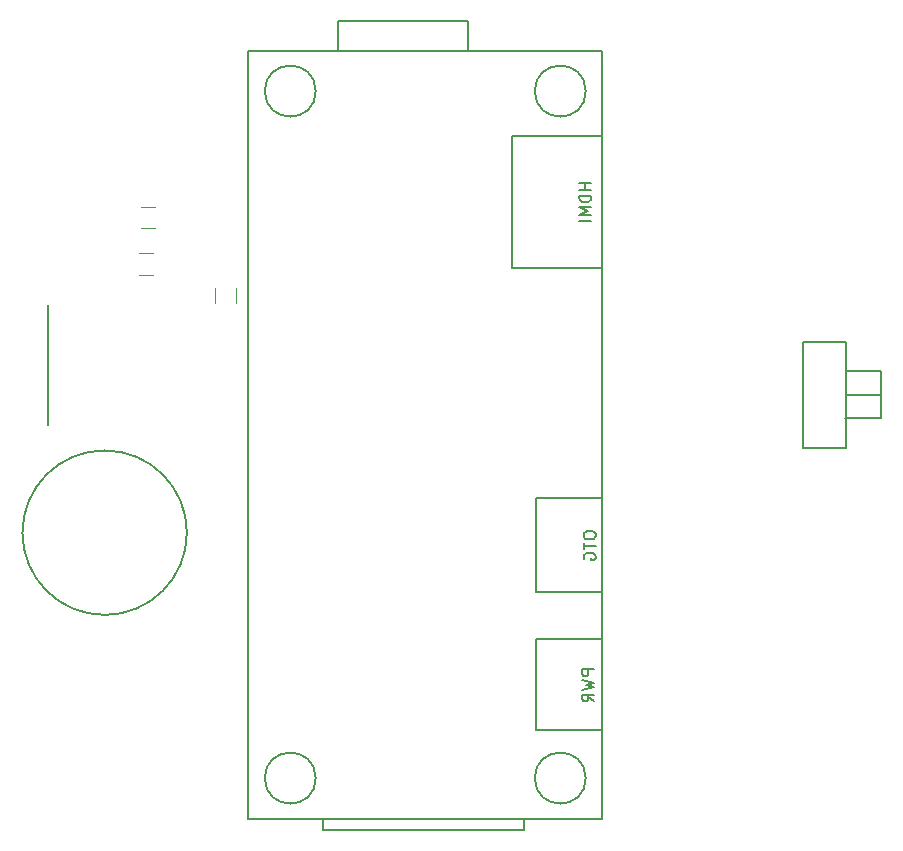
<source format=gbr>
G04 #@! TF.GenerationSoftware,KiCad,Pcbnew,5.0.2+dfsg1-1~bpo9+1*
G04 #@! TF.CreationDate,2020-11-02T20:14:28+00:00*
G04 #@! TF.ProjectId,gbc_outline_screen_new,6762635f-6f75-4746-9c69-6e655f736372,rev?*
G04 #@! TF.SameCoordinates,Original*
G04 #@! TF.FileFunction,Legend,Bot*
G04 #@! TF.FilePolarity,Positive*
%FSLAX46Y46*%
G04 Gerber Fmt 4.6, Leading zero omitted, Abs format (unit mm)*
G04 Created by KiCad (PCBNEW 5.0.2+dfsg1-1~bpo9+1) date Mon 02 Nov 2020 20:14:28 GMT*
%MOMM*%
%LPD*%
G01*
G04 APERTURE LIST*
%ADD10C,0.150000*%
%ADD11C,0.120000*%
G04 APERTURE END LIST*
D10*
G04 #@! TO.C,J1*
X129336800Y-111663480D02*
X129336800Y-61371480D01*
X129336800Y-119029480D02*
X129336800Y-111663480D01*
X129336800Y-119029480D02*
X159308800Y-119029480D01*
X129336800Y-54005480D02*
X129336800Y-61371480D01*
X129336800Y-54005480D02*
X159308800Y-54005480D01*
X159308800Y-54005480D02*
X159308800Y-119029480D01*
X159308800Y-72420480D02*
X151688800Y-72420480D01*
X151688800Y-72420480D02*
X151688800Y-61244480D01*
X151688800Y-61244480D02*
X159308800Y-61244480D01*
X159308800Y-103789480D02*
X153720800Y-103789480D01*
X153720800Y-103789480D02*
X153720800Y-111536480D01*
X153720800Y-111536480D02*
X159308800Y-111536480D01*
X159308800Y-91851480D02*
X153720800Y-91851480D01*
X153720800Y-91851480D02*
X153720800Y-99852480D01*
X153720800Y-99852480D02*
X159308800Y-99852480D01*
X157911800Y-57434480D02*
G75*
G03X157911800Y-57434480I-2159000J0D01*
G01*
X135051800Y-57434480D02*
G75*
G03X135051800Y-57434480I-2159000J0D01*
G01*
X135051800Y-115600480D02*
G75*
G03X135051800Y-115600480I-2159000J0D01*
G01*
X157911800Y-115600480D02*
G75*
G03X157911800Y-115600480I-2159000J0D01*
G01*
X147942300Y-51528980D02*
X136893300Y-51528980D01*
X136893300Y-51528980D02*
X136893300Y-54005480D01*
X147942300Y-51528980D02*
X147942300Y-54005480D01*
X135686800Y-119981980D02*
X152704800Y-119981980D01*
X152704800Y-119981980D02*
X152704800Y-119029480D01*
X135686800Y-119981980D02*
X135686800Y-119029480D01*
D11*
G04 #@! TO.C,R2*
X120062236Y-72974880D02*
X121266364Y-72974880D01*
X120062236Y-71154880D02*
X121266364Y-71154880D01*
D10*
G04 #@! TO.C,SW1*
X179892960Y-87640160D02*
X176281080Y-87640160D01*
X176281080Y-87640160D02*
X176291240Y-87640160D01*
X179903120Y-78638400D02*
X176291240Y-78638400D01*
X176291240Y-78638400D02*
X176291240Y-87645240D01*
X179903120Y-78638400D02*
X179903120Y-87645240D01*
X179892960Y-85135720D02*
X182895240Y-85140800D01*
X179913280Y-81142840D02*
X182915560Y-81147920D01*
X182910480Y-81147920D02*
X182910480Y-85135720D01*
X179908200Y-83134200D02*
X182910480Y-83139280D01*
D11*
G04 #@! TO.C,R1*
X126481160Y-74144116D02*
X126481160Y-75348244D01*
X128301160Y-74144116D02*
X128301160Y-75348244D01*
D10*
G04 #@! TO.C,U4*
X124139036Y-94820740D02*
G75*
G03X124139036Y-94820740I-6962948J0D01*
G01*
D11*
G04 #@! TO.C,R3*
X120262236Y-67233120D02*
X121466364Y-67233120D01*
X120262236Y-69053120D02*
X121466364Y-69053120D01*
D10*
G04 #@! TO.C,U7*
X112374680Y-75582780D02*
X112374680Y-85742780D01*
G04 #@! TO.C,J1*
X158364180Y-65237241D02*
X157364180Y-65237241D01*
X157840371Y-65237241D02*
X157840371Y-65808670D01*
X158364180Y-65808670D02*
X157364180Y-65808670D01*
X158364180Y-66284860D02*
X157364180Y-66284860D01*
X157364180Y-66522956D01*
X157411800Y-66665813D01*
X157507038Y-66761051D01*
X157602276Y-66808670D01*
X157792752Y-66856289D01*
X157935609Y-66856289D01*
X158126085Y-66808670D01*
X158221323Y-66761051D01*
X158316561Y-66665813D01*
X158364180Y-66522956D01*
X158364180Y-66284860D01*
X158364180Y-67284860D02*
X157364180Y-67284860D01*
X158078466Y-67618194D01*
X157364180Y-67951527D01*
X158364180Y-67951527D01*
X158364180Y-68427718D02*
X157364180Y-68427718D01*
X157745180Y-94939289D02*
X157745180Y-95129765D01*
X157792800Y-95225003D01*
X157888038Y-95320241D01*
X158078514Y-95367860D01*
X158411847Y-95367860D01*
X158602323Y-95320241D01*
X158697561Y-95225003D01*
X158745180Y-95129765D01*
X158745180Y-94939289D01*
X158697561Y-94844051D01*
X158602323Y-94748813D01*
X158411847Y-94701194D01*
X158078514Y-94701194D01*
X157888038Y-94748813D01*
X157792800Y-94844051D01*
X157745180Y-94939289D01*
X157745180Y-95653575D02*
X157745180Y-96225003D01*
X158745180Y-95939289D02*
X157745180Y-95939289D01*
X157792800Y-97082146D02*
X157745180Y-96986908D01*
X157745180Y-96844051D01*
X157792800Y-96701194D01*
X157888038Y-96605956D01*
X157983276Y-96558337D01*
X158173752Y-96510718D01*
X158316609Y-96510718D01*
X158507085Y-96558337D01*
X158602323Y-96605956D01*
X158697561Y-96701194D01*
X158745180Y-96844051D01*
X158745180Y-96939289D01*
X158697561Y-97082146D01*
X158649942Y-97129765D01*
X158316609Y-97129765D01*
X158316609Y-96939289D01*
X158618180Y-106393146D02*
X157618180Y-106393146D01*
X157618180Y-106774099D01*
X157665800Y-106869337D01*
X157713419Y-106916956D01*
X157808657Y-106964575D01*
X157951514Y-106964575D01*
X158046752Y-106916956D01*
X158094371Y-106869337D01*
X158141990Y-106774099D01*
X158141990Y-106393146D01*
X157618180Y-107297908D02*
X158618180Y-107536003D01*
X157903895Y-107726480D01*
X158618180Y-107916956D01*
X157618180Y-108155051D01*
X158618180Y-109107432D02*
X158141990Y-108774099D01*
X158618180Y-108536003D02*
X157618180Y-108536003D01*
X157618180Y-108916956D01*
X157665800Y-109012194D01*
X157713419Y-109059813D01*
X157808657Y-109107432D01*
X157951514Y-109107432D01*
X158046752Y-109059813D01*
X158094371Y-109012194D01*
X158141990Y-108916956D01*
X158141990Y-108536003D01*
G04 #@! TD*
M02*

</source>
